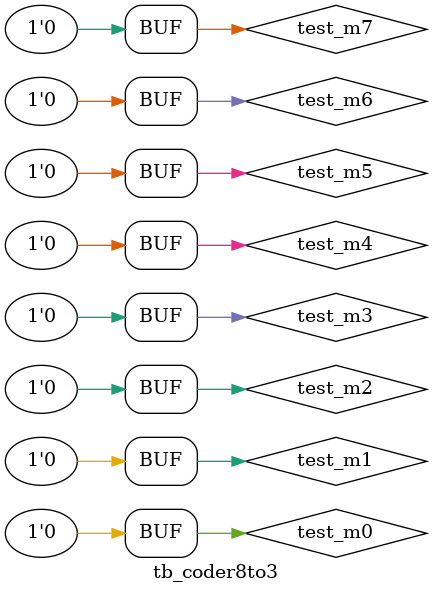
<source format=v>
`timescale 1ns/1ps
module tb_coder8to3;
reg test_m0;
reg test_m1;
reg test_m2;
reg test_m3;
reg test_m4;
reg test_m5;
reg test_m6;
reg test_m7;
wire test_s2;
wire test_s1;
wire test_s0;
initial begin
  test_m0 = 0;
  test_m1 = 0;
  test_m2 = 0;
  test_m3 = 0;
  test_m4 = 0;
  test_m5 = 0;
  test_m6 = 0;
  test_m7 = 0;
  test_m0 = 1;
  #20
  test_m0 = 0;

  test_m1 = 1;
  #20
  test_m1 = 0;

  test_m2 = 1;
  #20
  test_m2 = 0;

  test_m3 = 1;
  #20
  test_m3 = 0;

  test_m4 = 1;
  #20
  test_m4 = 0;

  test_m5 = 1;
  #20
  test_m5 = 0;

  test_m6 = 1;
  #20
  test_m6 = 0;

  test_m7 = 1;
  #20
  test_m7 = 0;
end

coder8to3 UUT_coder8to3(test_m0, test_m1, test_m2, test_m3, test_m4, test_m5
                         ,test_m6, test_m7, test_s2, test_s1, test_s0);
endmodule
</source>
